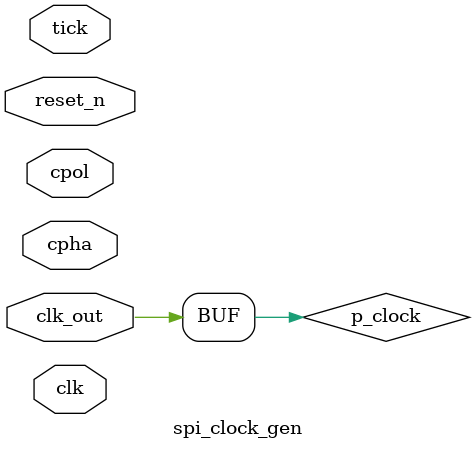
<source format=v>
`timescale 1ns / 1ps


module spi_clock_gen(
    input clk,
    input tick,
    input reset_n,
    input cpol, 
    input cpha,
    input clk_out
    );

    reg p_clock, n_clock;

assign clk_out = p_clock;

always @(posedge clk or negedge reset_n) begin
    if (!reset_n) begin
        p_clock <= 1'b0;
    end
    else begin
        p_clock <= n_clock;
    end
end

always @(p_clock, tick) begin
    if (tick) begin
        p_clock = ~n_clock;
    end
end
endmodule

</source>
